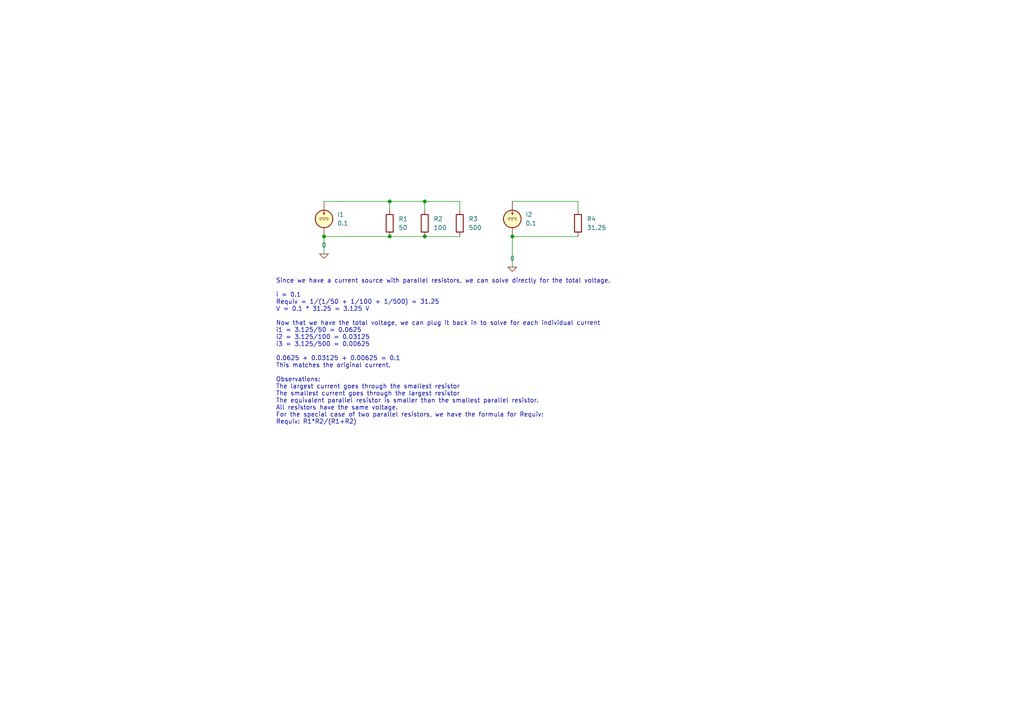
<source format=kicad_sch>
(kicad_sch (version 20230121) (generator eeschema)
  (paper "A4")
  (lib_symbols
    (symbol "Device:R" (pin_numbers hide) (pin_names (offset 0))
      (property "Reference" "R" (at 2.032 0 90))
      (property "Value" "R" (at 0 0 90))
      (symbol "R_0_1"
        (rectangle (start -1.016 -2.54) (end 1.016 2.54) (stroke (width 0.254)))
      )
      (symbol "R_1_1"
        (pin passive line (at 0 3.81 270) (length 1.27) (name "~") (number "1"))
        (pin passive line (at 0 -3.81 90) (length 1.27) (name "~") (number "2"))
      )
    )
    (symbol "Simulation_SPICE:0" (power) (pin_names (offset 0))
      (property "Value" "0" (at 0 -1.778 0))
      (symbol "0_0_1"
        (polyline (pts (xy -1.27 0) (xy 0 -1.27) (xy 1.27 0) (xy -1.27 0)))
      )
      (symbol "0_1_1"
        (pin power_in line (at 0 0 0) (length 0) hide (name "0") (number "1"))
      )
    )
    (symbol "Simulation_SPICE:IDC" (pin_numbers hide) (pin_names (offset 0.0254))
      (property "Reference" "I" (at 2.54 2.54 0))
      (property "Value" "1" (at 2.54 0 0))
      (symbol "IDC_0_0"
        (polyline (pts (xy -1.27 0.254) (xy 1.27 0.254)))
        (polyline (pts (xy -0.762 -0.254) (xy -1.27 -0.254)))
        (polyline (pts (xy 0.254 -0.254) (xy -0.254 -0.254)))
        (polyline (pts (xy 1.27 -0.254) (xy 0.762 -0.254)))
      )
      (symbol "IDC_0_1"
        (polyline (pts (xy 0 1.27) (xy 0 2.286)))
        (polyline (pts (xy -0.254 1.778) (xy 0 1.27) (xy 0.254 1.778)))
        (circle (center 0 0) (radius 2.54) (stroke (width 0.254)) (fill (type background)))
      )
      (symbol "IDC_1_1"
        (pin passive line (at 0 5.08 270) (length 2.54) (name "~") (number "1"))
        (pin passive line (at 0 -5.08 90) (length 2.54) (name "~") (number "2"))
      )
    )
  )
  (junction (at 113.03 58.42))
  (junction (at 93.98 68.58))
  (junction (at 113.03 68.58))
  (junction (at 123.19 58.42))
  (junction (at 123.19 68.58))
  (junction (at 148.59 68.58))
  (wire (pts (xy 133.35 58.42) (xy 133.35 60.96)))
  (wire (pts (xy 113.03 68.58) (xy 123.19 68.58)))
  (wire (pts (xy 123.19 58.42) (xy 133.35 58.42)))
  (wire (pts (xy 167.64 58.42) (xy 167.64 60.96)))
  (wire (pts (xy 123.19 58.42) (xy 123.19 60.96)))
  (wire (pts (xy 113.03 58.42) (xy 113.03 60.96)))
  (wire (pts (xy 93.98 68.58) (xy 93.98 73.66)))
  (wire (pts (xy 113.03 58.42) (xy 123.19 58.42)))
  (wire (pts (xy 123.19 68.58) (xy 133.35 68.58)))
  (wire (pts (xy 93.98 58.42) (xy 113.03 58.42)))
  (wire (pts (xy 148.59 68.58) (xy 167.64 68.58)))
  (wire (pts (xy 148.59 68.58) (xy 148.59 77.47)))
  (wire (pts (xy 148.59 58.42) (xy 167.64 58.42)))
  (wire (pts (xy 93.98 68.58) (xy 113.03 68.58)))
  (text "Since we have a current source with parallel resistors, we can solve directly for the total voltage.\n\ni = 0.1\nRequiv = 1/(1/50 + 1/100 + 1/500) = 31.25\nV = 0.1 * 31.25 = 3.125 V\n\nNow that we have the total voltage, we can plug it back in to solve for each individual current\ni1 = 3.125/50 = 0.0625\ni2 = 3.125/100 = 0.03125\ni3 = 3.125/500 = 0.00625\n\n0.0625 + 0.03125 + 0.00625 = 0.1\nThis matches the original current.\n\nObservations:\nThe largest current goes through the smallest resistor\nThe smallest current goes through the largest resistor\nThe equivalent parallel resistor is smaller than the smallest parallel resistor.\nAll resistors have the same voltage.\nFor the special case of two parallel resistors, we have the formula for Requiv:\nRequiv: R1*R2/(R1+R2)\n" (at 80.01 123.19 0) (effects (font (size 1.27 1.27)) (justify left bottom)))
  (symbol (lib_id "Simulation_SPICE:0") (at 93.98 73.66 0) (unit 1)
    (property "Reference" "#GND01" (effects hide))
    (property "Value" "0" (at 93.98 71.12 0))
  )
  (symbol (lib_id "Simulation_SPICE:IDC") (at 93.98 63.5 0) (unit 1)
    (property "Reference" "I1" (at 97.79 62.23 0) (effects (justify left)))
    (property "Value" "0.1" (at 97.79 64.77 0) (effects (justify left)))
    (property "Sim.Pins" "1=+ 2=-" (effects hide))
    (property "Sim.Type" "DC" (effects hide))
    (property "Sim.Device" "I" (effects hide))
  )
  (symbol (lib_id "Device:R") (at 167.64 64.77 0) (unit 1)
    (property "Reference" "R4" (at 170.18 63.5 0) (effects (justify left)))
    (property "Value" "31.25" (at 170.18 66.04 0) (effects (justify left)))
  )
  (symbol (lib_id "Device:R") (at 123.19 64.77 0) (unit 1)
    (property "Reference" "R2" (at 125.73 63.5 0) (effects (justify left)))
    (property "Value" "100" (at 125.73 66.04 0) (effects (justify left)))
  )
  (symbol (lib_id "Device:R") (at 133.35 64.77 0) (unit 1)
    (property "Reference" "R3" (at 135.89 63.5 0) (effects (justify left)))
    (property "Value" "500" (at 135.89 66.04 0) (effects (justify left)))
  )
  (symbol (lib_id "Simulation_SPICE:IDC") (at 148.59 63.5 0) (unit 1)
    (property "Reference" "I2" (at 152.4 62.23 0) (effects (justify left)))
    (property "Value" "0.1" (at 152.4 64.77 0) (effects (justify left)))
    (property "Sim.Pins" "1=+ 2=-" (effects hide))
    (property "Sim.Type" "DC" (effects hide))
    (property "Sim.Device" "I" (effects hide))
  )
  (symbol (lib_id "Device:R") (at 113.03 64.77 0) (unit 1)
    (property "Reference" "R1" (at 115.57 63.5 0) (effects (justify left)))
    (property "Value" "50" (at 115.57 66.04 0) (effects (justify left)))
  )
  (symbol (lib_id "Simulation_SPICE:0") (at 148.59 77.47 0) (unit 1)
    (property "Reference" "#GND02" (effects hide))
    (property "Value" "0" (at 148.59 74.93 0))
  )
)
</source>
